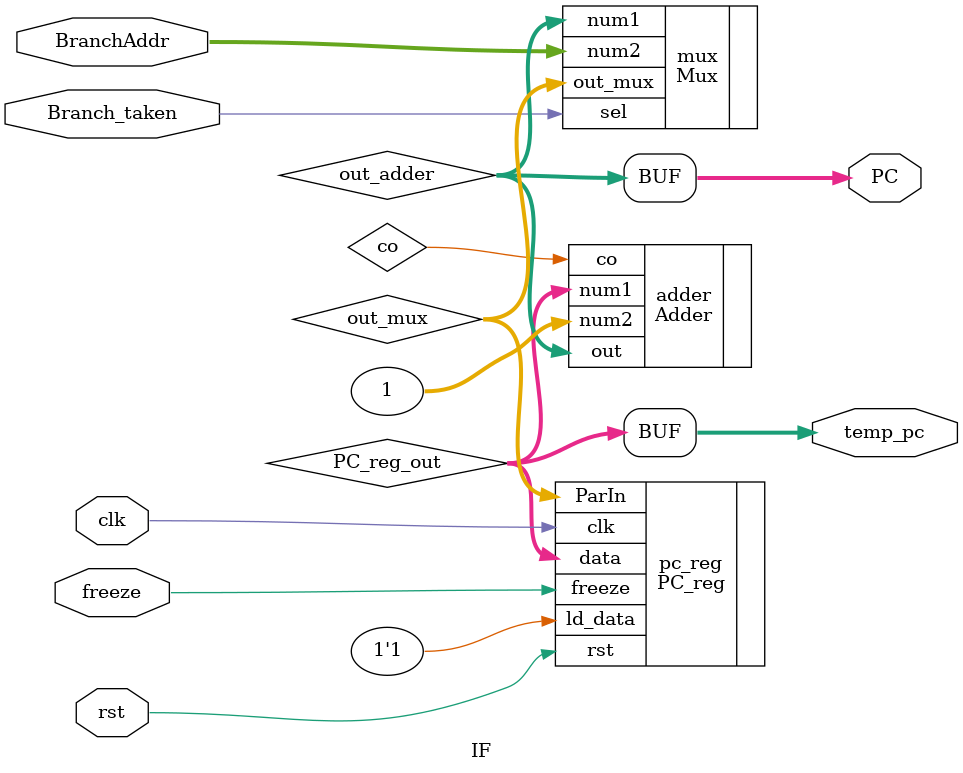
<source format=v>
`timescale 1ns / 1ps
module IF(
    input clk, rst, freeze, Branch_taken,
    input[31:0] BranchAddr,
    output [31:0] PC, temp_pc
    );

    wire[31:0] out_adder, out_mux, PC_reg_out;
    wire co;
    Mux #(
        .WIDTH(32)
    ) mux (
        .num1(out_adder),
        .num2(BranchAddr),
        .sel(Branch_taken),
        .out_mux(out_mux)
    );


    Adder #(
        .WIDTH(32)
    ) adder (
        .num1(PC_reg_out),
        .num2(32'd1),
        .out(out_adder),
        .co(co)
    );

    PC_reg#(
       .WIDTH(32)
    )
     pc_reg(
        .clk(clk),
        .rst(rst),
        .ld_data(1'b1),
        .freeze(freeze),
        .ParIn(out_mux),
        .data(PC_reg_out)
    );
    assign PC = out_adder;
    assign temp_pc = PC_reg_out;

endmodule

</source>
